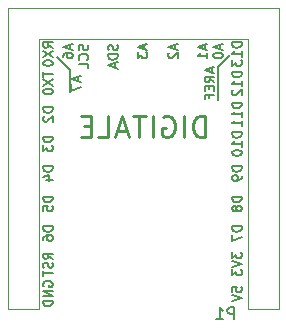
<source format=gbr>
G04 #@! TF.FileFunction,Legend,Bot*
%FSLAX46Y46*%
G04 Gerber Fmt 4.6, Leading zero omitted, Abs format (unit mm)*
G04 Created by KiCad (PCBNEW 4.0.6) date 08/13/17 19:57:05*
%MOMM*%
%LPD*%
G01*
G04 APERTURE LIST*
%ADD10C,0.100000*%
%ADD11C,0.250000*%
%ADD12C,0.150000*%
%ADD13C,0.120000*%
G04 APERTURE END LIST*
D10*
D11*
X156659572Y-74909286D02*
X156659572Y-73109286D01*
X156231000Y-73109286D01*
X155973857Y-73195000D01*
X155802429Y-73366429D01*
X155716714Y-73537857D01*
X155631000Y-73880714D01*
X155631000Y-74137857D01*
X155716714Y-74480714D01*
X155802429Y-74652143D01*
X155973857Y-74823571D01*
X156231000Y-74909286D01*
X156659572Y-74909286D01*
X154859572Y-74909286D02*
X154859572Y-73109286D01*
X153059571Y-73195000D02*
X153231000Y-73109286D01*
X153488143Y-73109286D01*
X153745286Y-73195000D01*
X153916714Y-73366429D01*
X154002429Y-73537857D01*
X154088143Y-73880714D01*
X154088143Y-74137857D01*
X154002429Y-74480714D01*
X153916714Y-74652143D01*
X153745286Y-74823571D01*
X153488143Y-74909286D01*
X153316714Y-74909286D01*
X153059571Y-74823571D01*
X152973857Y-74737857D01*
X152973857Y-74137857D01*
X153316714Y-74137857D01*
X152202429Y-74909286D02*
X152202429Y-73109286D01*
X151602428Y-73109286D02*
X150573857Y-73109286D01*
X151088143Y-74909286D02*
X151088143Y-73109286D01*
X150059571Y-74395000D02*
X149202428Y-74395000D01*
X150230999Y-74909286D02*
X149630999Y-73109286D01*
X149030999Y-74909286D01*
X147573857Y-74909286D02*
X148431000Y-74909286D01*
X148431000Y-73109286D01*
X146973857Y-73966429D02*
X146373857Y-73966429D01*
X146116714Y-74909286D02*
X146973857Y-74909286D01*
X146973857Y-73109286D01*
X146116714Y-73109286D01*
D12*
X145171000Y-69265000D02*
X144071000Y-68165000D01*
X145171000Y-69265000D02*
X145171000Y-71065000D01*
X158771000Y-67965000D02*
X157771000Y-68965000D01*
X157771000Y-68965000D02*
X157771000Y-71765000D01*
D13*
X139921000Y-89495000D02*
X139921000Y-63975000D01*
X139921000Y-63975000D02*
X162901000Y-63975000D01*
X162901000Y-89495000D02*
X162901000Y-63975000D01*
X160241000Y-89495000D02*
X160241000Y-66635000D01*
X160241000Y-66635000D02*
X142581000Y-66635000D01*
X142581000Y-89495000D02*
X142581000Y-66635000D01*
X142581000Y-89495000D02*
X142581000Y-82685000D01*
X162901000Y-89495000D02*
X160241000Y-89495000D01*
X139921000Y-89495000D02*
X142581000Y-89495000D01*
X162901000Y-67845000D02*
X162901000Y-66515000D01*
D12*
X159109095Y-90337381D02*
X159109095Y-89337381D01*
X158728142Y-89337381D01*
X158632904Y-89385000D01*
X158585285Y-89432619D01*
X158537666Y-89527857D01*
X158537666Y-89670714D01*
X158585285Y-89765952D01*
X158632904Y-89813571D01*
X158728142Y-89861190D01*
X159109095Y-89861190D01*
X157585285Y-90337381D02*
X158156714Y-90337381D01*
X157871000Y-90337381D02*
X157871000Y-89337381D01*
X157966238Y-89480238D01*
X158061476Y-89575476D01*
X158156714Y-89623095D01*
X145904333Y-69793572D02*
X145904333Y-70174524D01*
X146132905Y-69717381D02*
X145332905Y-69984048D01*
X146132905Y-70250715D01*
X145332905Y-70441191D02*
X145332905Y-70974524D01*
X146132905Y-70631667D01*
X157204333Y-69069762D02*
X157204333Y-69450714D01*
X157432905Y-68993571D02*
X156632905Y-69260238D01*
X157432905Y-69526905D01*
X157432905Y-70250714D02*
X157051952Y-69984047D01*
X157432905Y-69793571D02*
X156632905Y-69793571D01*
X156632905Y-70098333D01*
X156671000Y-70174524D01*
X156709095Y-70212619D01*
X156785286Y-70250714D01*
X156899571Y-70250714D01*
X156975762Y-70212619D01*
X157013857Y-70174524D01*
X157051952Y-70098333D01*
X157051952Y-69793571D01*
X157013857Y-70593571D02*
X157013857Y-70860238D01*
X157432905Y-70974524D02*
X157432905Y-70593571D01*
X156632905Y-70593571D01*
X156632905Y-70974524D01*
X157013857Y-71584048D02*
X157013857Y-71317381D01*
X157432905Y-71317381D02*
X156632905Y-71317381D01*
X156632905Y-71698334D01*
X142971000Y-87555477D02*
X142932905Y-87479286D01*
X142932905Y-87365001D01*
X142971000Y-87250715D01*
X143047190Y-87174524D01*
X143123381Y-87136429D01*
X143275762Y-87098334D01*
X143390048Y-87098334D01*
X143542429Y-87136429D01*
X143618619Y-87174524D01*
X143694810Y-87250715D01*
X143732905Y-87365001D01*
X143732905Y-87441191D01*
X143694810Y-87555477D01*
X143656714Y-87593572D01*
X143390048Y-87593572D01*
X143390048Y-87441191D01*
X143732905Y-87936429D02*
X142932905Y-87936429D01*
X143732905Y-88393572D01*
X142932905Y-88393572D01*
X143732905Y-88774524D02*
X142932905Y-88774524D01*
X142932905Y-88965000D01*
X142971000Y-89079286D01*
X143047190Y-89155477D01*
X143123381Y-89193572D01*
X143275762Y-89231667D01*
X143390048Y-89231667D01*
X143542429Y-89193572D01*
X143618619Y-89155477D01*
X143694810Y-89079286D01*
X143732905Y-88965000D01*
X143732905Y-88774524D01*
X143732905Y-85226905D02*
X143351952Y-84960238D01*
X143732905Y-84769762D02*
X142932905Y-84769762D01*
X142932905Y-85074524D01*
X142971000Y-85150715D01*
X143009095Y-85188810D01*
X143085286Y-85226905D01*
X143199571Y-85226905D01*
X143275762Y-85188810D01*
X143313857Y-85150715D01*
X143351952Y-85074524D01*
X143351952Y-84769762D01*
X143694810Y-85531667D02*
X143732905Y-85645953D01*
X143732905Y-85836429D01*
X143694810Y-85912619D01*
X143656714Y-85950715D01*
X143580524Y-85988810D01*
X143504333Y-85988810D01*
X143428143Y-85950715D01*
X143390048Y-85912619D01*
X143351952Y-85836429D01*
X143313857Y-85684048D01*
X143275762Y-85607857D01*
X143237667Y-85569762D01*
X143161476Y-85531667D01*
X143085286Y-85531667D01*
X143009095Y-85569762D01*
X142971000Y-85607857D01*
X142932905Y-85684048D01*
X142932905Y-85874524D01*
X142971000Y-85988810D01*
X142932905Y-86217381D02*
X142932905Y-86674524D01*
X143732905Y-86445953D02*
X142932905Y-86445953D01*
X143732905Y-82474524D02*
X142932905Y-82474524D01*
X142932905Y-82665000D01*
X142971000Y-82779286D01*
X143047190Y-82855477D01*
X143123381Y-82893572D01*
X143275762Y-82931667D01*
X143390048Y-82931667D01*
X143542429Y-82893572D01*
X143618619Y-82855477D01*
X143694810Y-82779286D01*
X143732905Y-82665000D01*
X143732905Y-82474524D01*
X142932905Y-83617381D02*
X142932905Y-83465000D01*
X142971000Y-83388810D01*
X143009095Y-83350715D01*
X143123381Y-83274524D01*
X143275762Y-83236429D01*
X143580524Y-83236429D01*
X143656714Y-83274524D01*
X143694810Y-83312619D01*
X143732905Y-83388810D01*
X143732905Y-83541191D01*
X143694810Y-83617381D01*
X143656714Y-83655477D01*
X143580524Y-83693572D01*
X143390048Y-83693572D01*
X143313857Y-83655477D01*
X143275762Y-83617381D01*
X143237667Y-83541191D01*
X143237667Y-83388810D01*
X143275762Y-83312619D01*
X143313857Y-83274524D01*
X143390048Y-83236429D01*
X143732905Y-79974524D02*
X142932905Y-79974524D01*
X142932905Y-80165000D01*
X142971000Y-80279286D01*
X143047190Y-80355477D01*
X143123381Y-80393572D01*
X143275762Y-80431667D01*
X143390048Y-80431667D01*
X143542429Y-80393572D01*
X143618619Y-80355477D01*
X143694810Y-80279286D01*
X143732905Y-80165000D01*
X143732905Y-79974524D01*
X142932905Y-81155477D02*
X142932905Y-80774524D01*
X143313857Y-80736429D01*
X143275762Y-80774524D01*
X143237667Y-80850715D01*
X143237667Y-81041191D01*
X143275762Y-81117381D01*
X143313857Y-81155477D01*
X143390048Y-81193572D01*
X143580524Y-81193572D01*
X143656714Y-81155477D01*
X143694810Y-81117381D01*
X143732905Y-81041191D01*
X143732905Y-80850715D01*
X143694810Y-80774524D01*
X143656714Y-80736429D01*
X143732905Y-77374524D02*
X142932905Y-77374524D01*
X142932905Y-77565000D01*
X142971000Y-77679286D01*
X143047190Y-77755477D01*
X143123381Y-77793572D01*
X143275762Y-77831667D01*
X143390048Y-77831667D01*
X143542429Y-77793572D01*
X143618619Y-77755477D01*
X143694810Y-77679286D01*
X143732905Y-77565000D01*
X143732905Y-77374524D01*
X143199571Y-78517381D02*
X143732905Y-78517381D01*
X142894810Y-78326905D02*
X143466238Y-78136429D01*
X143466238Y-78631667D01*
X143732905Y-74874524D02*
X142932905Y-74874524D01*
X142932905Y-75065000D01*
X142971000Y-75179286D01*
X143047190Y-75255477D01*
X143123381Y-75293572D01*
X143275762Y-75331667D01*
X143390048Y-75331667D01*
X143542429Y-75293572D01*
X143618619Y-75255477D01*
X143694810Y-75179286D01*
X143732905Y-75065000D01*
X143732905Y-74874524D01*
X142932905Y-75598334D02*
X142932905Y-76093572D01*
X143237667Y-75826905D01*
X143237667Y-75941191D01*
X143275762Y-76017381D01*
X143313857Y-76055477D01*
X143390048Y-76093572D01*
X143580524Y-76093572D01*
X143656714Y-76055477D01*
X143694810Y-76017381D01*
X143732905Y-75941191D01*
X143732905Y-75712619D01*
X143694810Y-75636429D01*
X143656714Y-75598334D01*
X143732905Y-72374524D02*
X142932905Y-72374524D01*
X142932905Y-72565000D01*
X142971000Y-72679286D01*
X143047190Y-72755477D01*
X143123381Y-72793572D01*
X143275762Y-72831667D01*
X143390048Y-72831667D01*
X143542429Y-72793572D01*
X143618619Y-72755477D01*
X143694810Y-72679286D01*
X143732905Y-72565000D01*
X143732905Y-72374524D01*
X143009095Y-73136429D02*
X142971000Y-73174524D01*
X142932905Y-73250715D01*
X142932905Y-73441191D01*
X142971000Y-73517381D01*
X143009095Y-73555477D01*
X143085286Y-73593572D01*
X143161476Y-73593572D01*
X143275762Y-73555477D01*
X143732905Y-73098334D01*
X143732905Y-73593572D01*
X142932905Y-69374523D02*
X142932905Y-69831666D01*
X143732905Y-69603095D02*
X142932905Y-69603095D01*
X142932905Y-70022143D02*
X143732905Y-70555476D01*
X142932905Y-70555476D02*
X143732905Y-70022143D01*
X142932905Y-71012619D02*
X142932905Y-71088810D01*
X142971000Y-71165000D01*
X143009095Y-71203095D01*
X143085286Y-71241191D01*
X143237667Y-71279286D01*
X143428143Y-71279286D01*
X143580524Y-71241191D01*
X143656714Y-71203095D01*
X143694810Y-71165000D01*
X143732905Y-71088810D01*
X143732905Y-71012619D01*
X143694810Y-70936429D01*
X143656714Y-70898333D01*
X143580524Y-70860238D01*
X143428143Y-70822143D01*
X143237667Y-70822143D01*
X143085286Y-70860238D01*
X143009095Y-70898333D01*
X142971000Y-70936429D01*
X142932905Y-71012619D01*
X143732905Y-67350714D02*
X143351952Y-67084047D01*
X143732905Y-66893571D02*
X142932905Y-66893571D01*
X142932905Y-67198333D01*
X142971000Y-67274524D01*
X143009095Y-67312619D01*
X143085286Y-67350714D01*
X143199571Y-67350714D01*
X143275762Y-67312619D01*
X143313857Y-67274524D01*
X143351952Y-67198333D01*
X143351952Y-66893571D01*
X142932905Y-67617381D02*
X143732905Y-68150714D01*
X142932905Y-68150714D02*
X143732905Y-67617381D01*
X142932905Y-68607857D02*
X142932905Y-68684048D01*
X142971000Y-68760238D01*
X143009095Y-68798333D01*
X143085286Y-68836429D01*
X143237667Y-68874524D01*
X143428143Y-68874524D01*
X143580524Y-68836429D01*
X143656714Y-68798333D01*
X143694810Y-68760238D01*
X143732905Y-68684048D01*
X143732905Y-68607857D01*
X143694810Y-68531667D01*
X143656714Y-68493571D01*
X143580524Y-68455476D01*
X143428143Y-68417381D01*
X143237667Y-68417381D01*
X143085286Y-68455476D01*
X143009095Y-68493571D01*
X142971000Y-68531667D01*
X142932905Y-68607857D01*
X145204333Y-67093572D02*
X145204333Y-67474524D01*
X145432905Y-67017381D02*
X144632905Y-67284048D01*
X145432905Y-67550715D01*
X144632905Y-68160238D02*
X144632905Y-68007857D01*
X144671000Y-67931667D01*
X144709095Y-67893572D01*
X144823381Y-67817381D01*
X144975762Y-67779286D01*
X145280524Y-67779286D01*
X145356714Y-67817381D01*
X145394810Y-67855476D01*
X145432905Y-67931667D01*
X145432905Y-68084048D01*
X145394810Y-68160238D01*
X145356714Y-68198334D01*
X145280524Y-68236429D01*
X145090048Y-68236429D01*
X145013857Y-68198334D01*
X144975762Y-68160238D01*
X144937667Y-68084048D01*
X144937667Y-67931667D01*
X144975762Y-67855476D01*
X145013857Y-67817381D01*
X145090048Y-67779286D01*
X146694810Y-67112619D02*
X146732905Y-67226905D01*
X146732905Y-67417381D01*
X146694810Y-67493571D01*
X146656714Y-67531667D01*
X146580524Y-67569762D01*
X146504333Y-67569762D01*
X146428143Y-67531667D01*
X146390048Y-67493571D01*
X146351952Y-67417381D01*
X146313857Y-67265000D01*
X146275762Y-67188809D01*
X146237667Y-67150714D01*
X146161476Y-67112619D01*
X146085286Y-67112619D01*
X146009095Y-67150714D01*
X145971000Y-67188809D01*
X145932905Y-67265000D01*
X145932905Y-67455476D01*
X145971000Y-67569762D01*
X146656714Y-68369762D02*
X146694810Y-68331667D01*
X146732905Y-68217381D01*
X146732905Y-68141191D01*
X146694810Y-68026905D01*
X146618619Y-67950714D01*
X146542429Y-67912619D01*
X146390048Y-67874524D01*
X146275762Y-67874524D01*
X146123381Y-67912619D01*
X146047190Y-67950714D01*
X145971000Y-68026905D01*
X145932905Y-68141191D01*
X145932905Y-68217381D01*
X145971000Y-68331667D01*
X146009095Y-68369762D01*
X146732905Y-69093572D02*
X146732905Y-68712619D01*
X145932905Y-68712619D01*
X149194810Y-67093572D02*
X149232905Y-67207858D01*
X149232905Y-67398334D01*
X149194810Y-67474524D01*
X149156714Y-67512620D01*
X149080524Y-67550715D01*
X149004333Y-67550715D01*
X148928143Y-67512620D01*
X148890048Y-67474524D01*
X148851952Y-67398334D01*
X148813857Y-67245953D01*
X148775762Y-67169762D01*
X148737667Y-67131667D01*
X148661476Y-67093572D01*
X148585286Y-67093572D01*
X148509095Y-67131667D01*
X148471000Y-67169762D01*
X148432905Y-67245953D01*
X148432905Y-67436429D01*
X148471000Y-67550715D01*
X149232905Y-67893572D02*
X148432905Y-67893572D01*
X148432905Y-68084048D01*
X148471000Y-68198334D01*
X148547190Y-68274525D01*
X148623381Y-68312620D01*
X148775762Y-68350715D01*
X148890048Y-68350715D01*
X149042429Y-68312620D01*
X149118619Y-68274525D01*
X149194810Y-68198334D01*
X149232905Y-68084048D01*
X149232905Y-67893572D01*
X149004333Y-68655477D02*
X149004333Y-69036429D01*
X149232905Y-68579286D02*
X148432905Y-68845953D01*
X149232905Y-69112620D01*
X151504333Y-67093572D02*
X151504333Y-67474524D01*
X151732905Y-67017381D02*
X150932905Y-67284048D01*
X151732905Y-67550715D01*
X150932905Y-67741191D02*
X150932905Y-68236429D01*
X151237667Y-67969762D01*
X151237667Y-68084048D01*
X151275762Y-68160238D01*
X151313857Y-68198334D01*
X151390048Y-68236429D01*
X151580524Y-68236429D01*
X151656714Y-68198334D01*
X151694810Y-68160238D01*
X151732905Y-68084048D01*
X151732905Y-67855476D01*
X151694810Y-67779286D01*
X151656714Y-67741191D01*
X154104333Y-67093572D02*
X154104333Y-67474524D01*
X154332905Y-67017381D02*
X153532905Y-67284048D01*
X154332905Y-67550715D01*
X153609095Y-67779286D02*
X153571000Y-67817381D01*
X153532905Y-67893572D01*
X153532905Y-68084048D01*
X153571000Y-68160238D01*
X153609095Y-68198334D01*
X153685286Y-68236429D01*
X153761476Y-68236429D01*
X153875762Y-68198334D01*
X154332905Y-67741191D01*
X154332905Y-68236429D01*
X156604333Y-67093572D02*
X156604333Y-67474524D01*
X156832905Y-67017381D02*
X156032905Y-67284048D01*
X156832905Y-67550715D01*
X156832905Y-68236429D02*
X156832905Y-67779286D01*
X156832905Y-68007857D02*
X156032905Y-68007857D01*
X156147190Y-67931667D01*
X156223381Y-67855476D01*
X156261476Y-67779286D01*
X157904333Y-67093572D02*
X157904333Y-67474524D01*
X158132905Y-67017381D02*
X157332905Y-67284048D01*
X158132905Y-67550715D01*
X157332905Y-67969762D02*
X157332905Y-68045953D01*
X157371000Y-68122143D01*
X157409095Y-68160238D01*
X157485286Y-68198334D01*
X157637667Y-68236429D01*
X157828143Y-68236429D01*
X157980524Y-68198334D01*
X158056714Y-68160238D01*
X158094810Y-68122143D01*
X158132905Y-68045953D01*
X158132905Y-67969762D01*
X158094810Y-67893572D01*
X158056714Y-67855476D01*
X157980524Y-67817381D01*
X157828143Y-67779286D01*
X157637667Y-67779286D01*
X157485286Y-67817381D01*
X157409095Y-67855476D01*
X157371000Y-67893572D01*
X157332905Y-67969762D01*
X159732905Y-66893571D02*
X158932905Y-66893571D01*
X158932905Y-67084047D01*
X158971000Y-67198333D01*
X159047190Y-67274524D01*
X159123381Y-67312619D01*
X159275762Y-67350714D01*
X159390048Y-67350714D01*
X159542429Y-67312619D01*
X159618619Y-67274524D01*
X159694810Y-67198333D01*
X159732905Y-67084047D01*
X159732905Y-66893571D01*
X159732905Y-68112619D02*
X159732905Y-67655476D01*
X159732905Y-67884047D02*
X158932905Y-67884047D01*
X159047190Y-67807857D01*
X159123381Y-67731666D01*
X159161476Y-67655476D01*
X158932905Y-68379286D02*
X158932905Y-68874524D01*
X159237667Y-68607857D01*
X159237667Y-68722143D01*
X159275762Y-68798333D01*
X159313857Y-68836429D01*
X159390048Y-68874524D01*
X159580524Y-68874524D01*
X159656714Y-68836429D01*
X159694810Y-68798333D01*
X159732905Y-68722143D01*
X159732905Y-68493571D01*
X159694810Y-68417381D01*
X159656714Y-68379286D01*
X159732905Y-69393571D02*
X158932905Y-69393571D01*
X158932905Y-69584047D01*
X158971000Y-69698333D01*
X159047190Y-69774524D01*
X159123381Y-69812619D01*
X159275762Y-69850714D01*
X159390048Y-69850714D01*
X159542429Y-69812619D01*
X159618619Y-69774524D01*
X159694810Y-69698333D01*
X159732905Y-69584047D01*
X159732905Y-69393571D01*
X159732905Y-70612619D02*
X159732905Y-70155476D01*
X159732905Y-70384047D02*
X158932905Y-70384047D01*
X159047190Y-70307857D01*
X159123381Y-70231666D01*
X159161476Y-70155476D01*
X159009095Y-70917381D02*
X158971000Y-70955476D01*
X158932905Y-71031667D01*
X158932905Y-71222143D01*
X158971000Y-71298333D01*
X159009095Y-71336429D01*
X159085286Y-71374524D01*
X159161476Y-71374524D01*
X159275762Y-71336429D01*
X159732905Y-70879286D01*
X159732905Y-71374524D01*
X159732905Y-71993571D02*
X158932905Y-71993571D01*
X158932905Y-72184047D01*
X158971000Y-72298333D01*
X159047190Y-72374524D01*
X159123381Y-72412619D01*
X159275762Y-72450714D01*
X159390048Y-72450714D01*
X159542429Y-72412619D01*
X159618619Y-72374524D01*
X159694810Y-72298333D01*
X159732905Y-72184047D01*
X159732905Y-71993571D01*
X159732905Y-73212619D02*
X159732905Y-72755476D01*
X159732905Y-72984047D02*
X158932905Y-72984047D01*
X159047190Y-72907857D01*
X159123381Y-72831666D01*
X159161476Y-72755476D01*
X159732905Y-73974524D02*
X159732905Y-73517381D01*
X159732905Y-73745952D02*
X158932905Y-73745952D01*
X159047190Y-73669762D01*
X159123381Y-73593571D01*
X159161476Y-73517381D01*
X159732905Y-74493571D02*
X158932905Y-74493571D01*
X158932905Y-74684047D01*
X158971000Y-74798333D01*
X159047190Y-74874524D01*
X159123381Y-74912619D01*
X159275762Y-74950714D01*
X159390048Y-74950714D01*
X159542429Y-74912619D01*
X159618619Y-74874524D01*
X159694810Y-74798333D01*
X159732905Y-74684047D01*
X159732905Y-74493571D01*
X159732905Y-75712619D02*
X159732905Y-75255476D01*
X159732905Y-75484047D02*
X158932905Y-75484047D01*
X159047190Y-75407857D01*
X159123381Y-75331666D01*
X159161476Y-75255476D01*
X158932905Y-76207857D02*
X158932905Y-76284048D01*
X158971000Y-76360238D01*
X159009095Y-76398333D01*
X159085286Y-76436429D01*
X159237667Y-76474524D01*
X159428143Y-76474524D01*
X159580524Y-76436429D01*
X159656714Y-76398333D01*
X159694810Y-76360238D01*
X159732905Y-76284048D01*
X159732905Y-76207857D01*
X159694810Y-76131667D01*
X159656714Y-76093571D01*
X159580524Y-76055476D01*
X159428143Y-76017381D01*
X159237667Y-76017381D01*
X159085286Y-76055476D01*
X159009095Y-76093571D01*
X158971000Y-76131667D01*
X158932905Y-76207857D01*
X159732905Y-77374524D02*
X158932905Y-77374524D01*
X158932905Y-77565000D01*
X158971000Y-77679286D01*
X159047190Y-77755477D01*
X159123381Y-77793572D01*
X159275762Y-77831667D01*
X159390048Y-77831667D01*
X159542429Y-77793572D01*
X159618619Y-77755477D01*
X159694810Y-77679286D01*
X159732905Y-77565000D01*
X159732905Y-77374524D01*
X159732905Y-78212619D02*
X159732905Y-78365000D01*
X159694810Y-78441191D01*
X159656714Y-78479286D01*
X159542429Y-78555477D01*
X159390048Y-78593572D01*
X159085286Y-78593572D01*
X159009095Y-78555477D01*
X158971000Y-78517381D01*
X158932905Y-78441191D01*
X158932905Y-78288810D01*
X158971000Y-78212619D01*
X159009095Y-78174524D01*
X159085286Y-78136429D01*
X159275762Y-78136429D01*
X159351952Y-78174524D01*
X159390048Y-78212619D01*
X159428143Y-78288810D01*
X159428143Y-78441191D01*
X159390048Y-78517381D01*
X159351952Y-78555477D01*
X159275762Y-78593572D01*
X159732905Y-79974524D02*
X158932905Y-79974524D01*
X158932905Y-80165000D01*
X158971000Y-80279286D01*
X159047190Y-80355477D01*
X159123381Y-80393572D01*
X159275762Y-80431667D01*
X159390048Y-80431667D01*
X159542429Y-80393572D01*
X159618619Y-80355477D01*
X159694810Y-80279286D01*
X159732905Y-80165000D01*
X159732905Y-79974524D01*
X159275762Y-80888810D02*
X159237667Y-80812619D01*
X159199571Y-80774524D01*
X159123381Y-80736429D01*
X159085286Y-80736429D01*
X159009095Y-80774524D01*
X158971000Y-80812619D01*
X158932905Y-80888810D01*
X158932905Y-81041191D01*
X158971000Y-81117381D01*
X159009095Y-81155477D01*
X159085286Y-81193572D01*
X159123381Y-81193572D01*
X159199571Y-81155477D01*
X159237667Y-81117381D01*
X159275762Y-81041191D01*
X159275762Y-80888810D01*
X159313857Y-80812619D01*
X159351952Y-80774524D01*
X159428143Y-80736429D01*
X159580524Y-80736429D01*
X159656714Y-80774524D01*
X159694810Y-80812619D01*
X159732905Y-80888810D01*
X159732905Y-81041191D01*
X159694810Y-81117381D01*
X159656714Y-81155477D01*
X159580524Y-81193572D01*
X159428143Y-81193572D01*
X159351952Y-81155477D01*
X159313857Y-81117381D01*
X159275762Y-81041191D01*
X159732905Y-82474524D02*
X158932905Y-82474524D01*
X158932905Y-82665000D01*
X158971000Y-82779286D01*
X159047190Y-82855477D01*
X159123381Y-82893572D01*
X159275762Y-82931667D01*
X159390048Y-82931667D01*
X159542429Y-82893572D01*
X159618619Y-82855477D01*
X159694810Y-82779286D01*
X159732905Y-82665000D01*
X159732905Y-82474524D01*
X158932905Y-83198334D02*
X158932905Y-83731667D01*
X159732905Y-83388810D01*
X158932905Y-84674524D02*
X158932905Y-85169762D01*
X159237667Y-84903095D01*
X159237667Y-85017381D01*
X159275762Y-85093571D01*
X159313857Y-85131667D01*
X159390048Y-85169762D01*
X159580524Y-85169762D01*
X159656714Y-85131667D01*
X159694810Y-85093571D01*
X159732905Y-85017381D01*
X159732905Y-84788809D01*
X159694810Y-84712619D01*
X159656714Y-84674524D01*
X158932905Y-85398333D02*
X159732905Y-85665000D01*
X158932905Y-85931667D01*
X158932905Y-86122143D02*
X158932905Y-86617381D01*
X159237667Y-86350714D01*
X159237667Y-86465000D01*
X159275762Y-86541190D01*
X159313857Y-86579286D01*
X159390048Y-86617381D01*
X159580524Y-86617381D01*
X159656714Y-86579286D01*
X159694810Y-86541190D01*
X159732905Y-86465000D01*
X159732905Y-86236428D01*
X159694810Y-86160238D01*
X159656714Y-86122143D01*
X158932905Y-88012620D02*
X158932905Y-87631667D01*
X159313857Y-87593572D01*
X159275762Y-87631667D01*
X159237667Y-87707858D01*
X159237667Y-87898334D01*
X159275762Y-87974524D01*
X159313857Y-88012620D01*
X159390048Y-88050715D01*
X159580524Y-88050715D01*
X159656714Y-88012620D01*
X159694810Y-87974524D01*
X159732905Y-87898334D01*
X159732905Y-87707858D01*
X159694810Y-87631667D01*
X159656714Y-87593572D01*
X158932905Y-88279286D02*
X159732905Y-88545953D01*
X158932905Y-88812620D01*
M02*

</source>
